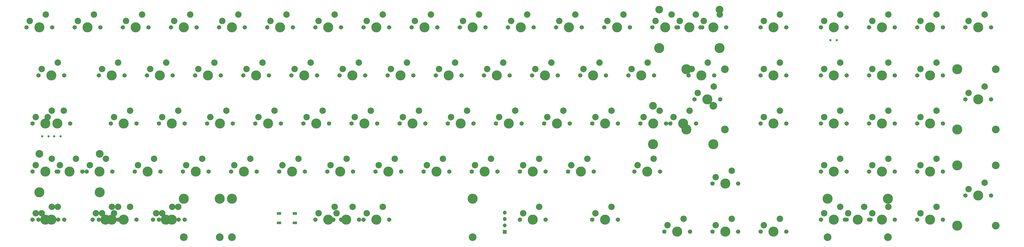
<source format=gbr>
%TF.GenerationSoftware,KiCad,Pcbnew,(6.0.0)*%
%TF.CreationDate,2022-10-19T16:47:05-05:00*%
%TF.ProjectId,Phidias-F072-pcb,50686964-6961-4732-9d46-3037322d7063,rev?*%
%TF.SameCoordinates,Original*%
%TF.FileFunction,Soldermask,Top*%
%TF.FilePolarity,Negative*%
%FSLAX46Y46*%
G04 Gerber Fmt 4.6, Leading zero omitted, Abs format (unit mm)*
G04 Created by KiCad (PCBNEW (6.0.0)) date 2022-10-19 16:47:05*
%MOMM*%
%LPD*%
G01*
G04 APERTURE LIST*
%ADD10R,1.800000X1.100000*%
%ADD11C,3.987800*%
%ADD12C,3.048000*%
%ADD13C,1.701800*%
%ADD14C,2.540000*%
%ADD15C,0.889000*%
%ADD16R,1.524000X1.524000*%
%ADD17O,1.524000X1.524000*%
G04 APERTURE END LIST*
D10*
%TO.C,Reset_SW1*%
X128190000Y-111870000D03*
X134390000Y-111870000D03*
X134390000Y-115570000D03*
X128190000Y-115570000D03*
%TD*%
D11*
%TO.C,SW15*%
X278574500Y-46355000D03*
D12*
X278574500Y-31115000D03*
X302450500Y-31115000D03*
D13*
X295592500Y-38100000D03*
D11*
X302450500Y-46355000D03*
X290512500Y-38100000D03*
D13*
X285432500Y-38100000D03*
D14*
X286702500Y-35560000D03*
X293052500Y-33020000D03*
%TD*%
D13*
%TO.C,SW90*%
X233680000Y-114300000D03*
X223520000Y-114300000D03*
D11*
X228600000Y-114300000D03*
D14*
X224790000Y-111760000D03*
X231140000Y-109220000D03*
%TD*%
D11*
%TO.C,SW35*%
X295275000Y-57150000D03*
D13*
X290195000Y-57150000D03*
X300355000Y-57150000D03*
D14*
X291465000Y-54610000D03*
X297815000Y-52070000D03*
%TD*%
D13*
%TO.C,SW44*%
X71755000Y-76200000D03*
D11*
X66675000Y-76200000D03*
D13*
X61595000Y-76200000D03*
D14*
X62865000Y-73660000D03*
X69215000Y-71120000D03*
%TD*%
%TO.C,SW54*%
X259715000Y-71120000D03*
X253365000Y-73660000D03*
D11*
X257175000Y-76200000D03*
D13*
X262255000Y-76200000D03*
X252095000Y-76200000D03*
%TD*%
%TO.C,SW70*%
X185420000Y-95250000D03*
X195580000Y-95250000D03*
D11*
X190500000Y-95250000D03*
D14*
X186690000Y-92710000D03*
X193040000Y-90170000D03*
%TD*%
D11*
%TO.C,SW6*%
X128587500Y-38100000D03*
D13*
X123507500Y-38100000D03*
X133667500Y-38100000D03*
D14*
X124777500Y-35560000D03*
X131127500Y-33020000D03*
%TD*%
D13*
%TO.C,SW8*%
X171767500Y-38100000D03*
D11*
X166687500Y-38100000D03*
D13*
X161607500Y-38100000D03*
D14*
X162877500Y-35560000D03*
X169227500Y-33020000D03*
%TD*%
D13*
%TO.C,SW34*%
X266382500Y-57150000D03*
X276542500Y-57150000D03*
D11*
X271462500Y-57150000D03*
D14*
X267652500Y-54610000D03*
X274002500Y-52070000D03*
%TD*%
D13*
%TO.C,SW52*%
X213995000Y-76200000D03*
D11*
X219075000Y-76200000D03*
D13*
X224155000Y-76200000D03*
D14*
X215265000Y-73660000D03*
X221615000Y-71120000D03*
%TD*%
D11*
%TO.C,SW57*%
X323850000Y-76200000D03*
D13*
X318770000Y-76200000D03*
X328930000Y-76200000D03*
D14*
X320040000Y-73660000D03*
X326390000Y-71120000D03*
%TD*%
D13*
%TO.C,SW71*%
X214630000Y-95250000D03*
X204470000Y-95250000D03*
D11*
X209550000Y-95250000D03*
D14*
X205740000Y-92710000D03*
X212090000Y-90170000D03*
%TD*%
D13*
%TO.C,SW40*%
X390842500Y-57150000D03*
X380682500Y-57150000D03*
D11*
X385762500Y-57150000D03*
D14*
X381952500Y-54610000D03*
X388302500Y-52070000D03*
%TD*%
D13*
%TO.C,SW93*%
X299720000Y-119062500D03*
D11*
X304800000Y-119062500D03*
D13*
X309880000Y-119062500D03*
D14*
X300990000Y-116522500D03*
X307340000Y-113982500D03*
%TD*%
D11*
%TO.C,SW30*%
X195262500Y-57150000D03*
D13*
X190182500Y-57150000D03*
X200342500Y-57150000D03*
D14*
X191452500Y-54610000D03*
X197802500Y-52070000D03*
%TD*%
D13*
%TO.C,SW94*%
X318770000Y-119062500D03*
D11*
X323850000Y-119062500D03*
D13*
X328930000Y-119062500D03*
D14*
X320040000Y-116522500D03*
X326390000Y-113982500D03*
%TD*%
D13*
%TO.C,SW82*%
X54451250Y-114300000D03*
D11*
X59531250Y-114300000D03*
D13*
X64611250Y-114300000D03*
D14*
X55721250Y-111760000D03*
X62071250Y-109220000D03*
%TD*%
D13*
%TO.C,SW51*%
X194945000Y-76200000D03*
D11*
X200025000Y-76200000D03*
D13*
X205105000Y-76200000D03*
D14*
X196215000Y-73660000D03*
X202565000Y-71120000D03*
%TD*%
D11*
%TO.C,SW56*%
X276193250Y-84455000D03*
D12*
X276193250Y-69215000D03*
D13*
X293211250Y-76200000D03*
D12*
X300069250Y-69215000D03*
D11*
X288131250Y-76200000D03*
X300069250Y-84455000D03*
D13*
X283051250Y-76200000D03*
D14*
X284321250Y-73660000D03*
X290671250Y-71120000D03*
%TD*%
D13*
%TO.C,SW29*%
X171132500Y-57150000D03*
X181292500Y-57150000D03*
D11*
X176212500Y-57150000D03*
D14*
X172402500Y-54610000D03*
X178752500Y-52070000D03*
%TD*%
D11*
%TO.C,SW86*%
X85725000Y-114300000D03*
D13*
X80645000Y-114300000D03*
X90805000Y-114300000D03*
D14*
X81915000Y-111760000D03*
X88265000Y-109220000D03*
%TD*%
D11*
%TO.C,SW45*%
X85725000Y-76200000D03*
D13*
X90805000Y-76200000D03*
X80645000Y-76200000D03*
D14*
X81915000Y-73660000D03*
X88265000Y-71120000D03*
%TD*%
D13*
%TO.C,SW49*%
X156845000Y-76200000D03*
D11*
X161925000Y-76200000D03*
D13*
X167005000Y-76200000D03*
D14*
X158115000Y-73660000D03*
X164465000Y-71120000D03*
%TD*%
D11*
%TO.C,SW14*%
X280987500Y-38100000D03*
D13*
X286067500Y-38100000D03*
X275907500Y-38100000D03*
D14*
X277177500Y-35560000D03*
X283527500Y-33020000D03*
%TD*%
D13*
%TO.C,SW87*%
X171767500Y-114300000D03*
D11*
X166687500Y-114300000D03*
D12*
X204787500Y-121285000D03*
D13*
X161607500Y-114300000D03*
D11*
X204787500Y-106045000D03*
X109537500Y-106045000D03*
D12*
X109537500Y-121285000D03*
D14*
X162877500Y-111760000D03*
X169227500Y-109220000D03*
%TD*%
D13*
%TO.C,SW22*%
X33020000Y-57150000D03*
D11*
X38100000Y-57150000D03*
D13*
X43180000Y-57150000D03*
D14*
X34290000Y-54610000D03*
X40640000Y-52070000D03*
%TD*%
D13*
%TO.C,SW84*%
X61595000Y-114300000D03*
D11*
X66675000Y-114300000D03*
D13*
X71755000Y-114300000D03*
D14*
X62865000Y-111760000D03*
X69215000Y-109220000D03*
%TD*%
D13*
%TO.C,SW72*%
X223520000Y-95250000D03*
X233680000Y-95250000D03*
D11*
X228600000Y-95250000D03*
D14*
X224790000Y-92710000D03*
X231140000Y-90170000D03*
%TD*%
D13*
%TO.C,SW78*%
X390842500Y-95250000D03*
X380682500Y-95250000D03*
D11*
X385762500Y-95250000D03*
D14*
X381952500Y-92710000D03*
X388302500Y-90170000D03*
%TD*%
D11*
%TO.C,SW2*%
X52387500Y-38100000D03*
D13*
X47307500Y-38100000D03*
X57467500Y-38100000D03*
D14*
X48577500Y-35560000D03*
X54927500Y-33020000D03*
%TD*%
D11*
%TO.C,SW66*%
X114300000Y-95250000D03*
D13*
X109220000Y-95250000D03*
X119380000Y-95250000D03*
D14*
X110490000Y-92710000D03*
X116840000Y-90170000D03*
%TD*%
D13*
%TO.C,SW80*%
X30638750Y-114300000D03*
X40798750Y-114300000D03*
D11*
X35718750Y-114300000D03*
D14*
X31908750Y-111760000D03*
X38258750Y-109220000D03*
%TD*%
D13*
%TO.C,SW27*%
X133032500Y-57150000D03*
D11*
X138112500Y-57150000D03*
D13*
X143192500Y-57150000D03*
D14*
X134302500Y-54610000D03*
X140652500Y-52070000D03*
%TD*%
D13*
%TO.C,SW19*%
X361632500Y-38100000D03*
D11*
X366712500Y-38100000D03*
D13*
X371792500Y-38100000D03*
D14*
X362902500Y-35560000D03*
X369252500Y-33020000D03*
%TD*%
D13*
%TO.C,SW88*%
X159861250Y-114300000D03*
D11*
X104743250Y-106045000D03*
D12*
X104743250Y-121285000D03*
D11*
X204819250Y-106045000D03*
X154781250Y-114300000D03*
D13*
X149701250Y-114300000D03*
D12*
X204819250Y-121285000D03*
D14*
X150971250Y-111760000D03*
X157321250Y-109220000D03*
%TD*%
D15*
%TO.C,LED3*%
X41750000Y-81280000D03*
X39210000Y-81280000D03*
%TD*%
D11*
%TO.C,SW32*%
X233362500Y-57150000D03*
D13*
X238442500Y-57150000D03*
X228282500Y-57150000D03*
D14*
X229552500Y-54610000D03*
X235902500Y-52070000D03*
%TD*%
D13*
%TO.C,SW28*%
X162242500Y-57150000D03*
D11*
X157162500Y-57150000D03*
D13*
X152082500Y-57150000D03*
D14*
X153352500Y-54610000D03*
X159702500Y-52070000D03*
%TD*%
D11*
%TO.C,SW5*%
X109537500Y-38100000D03*
D13*
X104457500Y-38100000D03*
X114617500Y-38100000D03*
D14*
X105727500Y-35560000D03*
X112077500Y-33020000D03*
%TD*%
D13*
%TO.C,SW10*%
X199707500Y-38100000D03*
X209867500Y-38100000D03*
D11*
X204787500Y-38100000D03*
D14*
X200977500Y-35560000D03*
X207327500Y-33020000D03*
%TD*%
D11*
%TO.C,SW79*%
X396557500Y-116713000D03*
D13*
X409892500Y-104775000D03*
D11*
X404812500Y-104775000D03*
D12*
X411797500Y-116713000D03*
X411797500Y-92837000D03*
D11*
X396557500Y-92837000D03*
D13*
X399732500Y-104775000D03*
D14*
X401002500Y-102235000D03*
X407352500Y-99695000D03*
%TD*%
D11*
%TO.C,SW16*%
X300037500Y-38100000D03*
D13*
X305117500Y-38100000D03*
X294957500Y-38100000D03*
D14*
X296227500Y-35560000D03*
X302577500Y-33020000D03*
%TD*%
D12*
%TO.C,SW89*%
X204787500Y-121285000D03*
D11*
X147637500Y-114300000D03*
X90487500Y-106045000D03*
D13*
X152717500Y-114300000D03*
D11*
X204787500Y-106045000D03*
D12*
X90487500Y-121285000D03*
D13*
X142557500Y-114300000D03*
D14*
X143827500Y-111760000D03*
X150177500Y-109220000D03*
%TD*%
D13*
%TO.C,SW62*%
X50323750Y-95250000D03*
D12*
X57181750Y-88265000D03*
D11*
X33305750Y-103505000D03*
X57181750Y-103505000D03*
X45243750Y-95250000D03*
D13*
X40163750Y-95250000D03*
D12*
X33305750Y-88265000D03*
D14*
X41433750Y-92710000D03*
X47783750Y-90170000D03*
%TD*%
D13*
%TO.C,SW31*%
X219392500Y-57150000D03*
D11*
X214312500Y-57150000D03*
D13*
X209232500Y-57150000D03*
D14*
X210502500Y-54610000D03*
X216852500Y-52070000D03*
%TD*%
D13*
%TO.C,SW4*%
X85407500Y-38100000D03*
D11*
X90487500Y-38100000D03*
D13*
X95567500Y-38100000D03*
D14*
X86677500Y-35560000D03*
X93027500Y-33020000D03*
%TD*%
D13*
%TO.C,SW37*%
X328930000Y-57150000D03*
X318770000Y-57150000D03*
D11*
X323850000Y-57150000D03*
D14*
X320040000Y-54610000D03*
X326390000Y-52070000D03*
%TD*%
D15*
%TO.C,LED2*%
X34448750Y-81280000D03*
X36988750Y-81280000D03*
%TD*%
%TO.C,LED4*%
X346390000Y-43180000D03*
X348930000Y-43180000D03*
%TD*%
D11*
%TO.C,SW65*%
X95250000Y-95250000D03*
D13*
X100330000Y-95250000D03*
X90170000Y-95250000D03*
D14*
X91440000Y-92710000D03*
X97790000Y-90170000D03*
%TD*%
D11*
%TO.C,SW18*%
X347662500Y-38100000D03*
D13*
X342582500Y-38100000D03*
X352742500Y-38100000D03*
D14*
X343852500Y-35560000D03*
X350202500Y-33020000D03*
%TD*%
D13*
%TO.C,SW43*%
X35401250Y-76200000D03*
D11*
X40481250Y-76200000D03*
D13*
X45561250Y-76200000D03*
D14*
X36671250Y-73660000D03*
X43021250Y-71120000D03*
%TD*%
D13*
%TO.C,SW33*%
X257492500Y-57150000D03*
X247332500Y-57150000D03*
D11*
X252412500Y-57150000D03*
D14*
X248602500Y-54610000D03*
X254952500Y-52070000D03*
%TD*%
D13*
%TO.C,SW48*%
X137795000Y-76200000D03*
D11*
X142875000Y-76200000D03*
D13*
X147955000Y-76200000D03*
D14*
X139065000Y-73660000D03*
X145415000Y-71120000D03*
%TD*%
D13*
%TO.C,SW85*%
X88423750Y-114300000D03*
D11*
X83343750Y-114300000D03*
D13*
X78263750Y-114300000D03*
D14*
X79533750Y-111760000D03*
X85883750Y-109220000D03*
%TD*%
D11*
%TO.C,SW76*%
X347662500Y-95250000D03*
D13*
X352742500Y-95250000D03*
X342582500Y-95250000D03*
D14*
X343852500Y-92710000D03*
X350202500Y-90170000D03*
%TD*%
D13*
%TO.C,SW13*%
X256857500Y-38100000D03*
X267017500Y-38100000D03*
D11*
X261937500Y-38100000D03*
D14*
X258127500Y-35560000D03*
X264477500Y-33020000D03*
%TD*%
D13*
%TO.C,SW17*%
X318770000Y-38100000D03*
X328930000Y-38100000D03*
D11*
X323850000Y-38100000D03*
D14*
X320040000Y-35560000D03*
X326390000Y-33020000D03*
%TD*%
D13*
%TO.C,SW21*%
X409892500Y-38100000D03*
D11*
X404812500Y-38100000D03*
D13*
X399732500Y-38100000D03*
D14*
X401002500Y-35560000D03*
X407352500Y-33020000D03*
%TD*%
D13*
%TO.C,SW68*%
X157480000Y-95250000D03*
D11*
X152400000Y-95250000D03*
D13*
X147320000Y-95250000D03*
D14*
X148590000Y-92710000D03*
X154940000Y-90170000D03*
%TD*%
D13*
%TO.C,SW77*%
X361632500Y-95250000D03*
D11*
X366712500Y-95250000D03*
D13*
X371792500Y-95250000D03*
D14*
X362902500Y-92710000D03*
X369252500Y-90170000D03*
%TD*%
%TO.C,SW53*%
X240665000Y-71120000D03*
X234315000Y-73660000D03*
D13*
X243205000Y-76200000D03*
D11*
X238125000Y-76200000D03*
D13*
X233045000Y-76200000D03*
%TD*%
%TO.C,SW11*%
X228917500Y-38100000D03*
X218757500Y-38100000D03*
D11*
X223837500Y-38100000D03*
D14*
X220027500Y-35560000D03*
X226377500Y-33020000D03*
%TD*%
D13*
%TO.C,SW9*%
X190817500Y-38100000D03*
X180657500Y-38100000D03*
D11*
X185737500Y-38100000D03*
D14*
X181927500Y-35560000D03*
X188277500Y-33020000D03*
%TD*%
D13*
%TO.C,SW74*%
X278923750Y-95250000D03*
X268763750Y-95250000D03*
D11*
X273843750Y-95250000D03*
D14*
X270033750Y-92710000D03*
X276383750Y-90170000D03*
%TD*%
D13*
%TO.C,SW69*%
X166370000Y-95250000D03*
D11*
X171450000Y-95250000D03*
D13*
X176530000Y-95250000D03*
D14*
X167640000Y-92710000D03*
X173990000Y-90170000D03*
%TD*%
D13*
%TO.C,SW1*%
X28257500Y-38100000D03*
X38417500Y-38100000D03*
D11*
X33337500Y-38100000D03*
D14*
X29527500Y-35560000D03*
X35877500Y-33020000D03*
%TD*%
D11*
%TO.C,SW60*%
X385762500Y-76200000D03*
D13*
X380682500Y-76200000D03*
X390842500Y-76200000D03*
D14*
X381952500Y-73660000D03*
X388302500Y-71120000D03*
%TD*%
D13*
%TO.C,SW61*%
X30638750Y-95250000D03*
X40798750Y-95250000D03*
D11*
X35718750Y-95250000D03*
D14*
X31908750Y-92710000D03*
X38258750Y-90170000D03*
%TD*%
D11*
%TO.C,SW96*%
X357187500Y-114300000D03*
X345249500Y-106045000D03*
X369125500Y-106045000D03*
D12*
X345249500Y-121285000D03*
X369125500Y-121285000D03*
D13*
X362267500Y-114300000D03*
X352107500Y-114300000D03*
D14*
X353377500Y-111760000D03*
X359727500Y-109220000D03*
%TD*%
D11*
%TO.C,SW75*%
X304800000Y-100012500D03*
D13*
X309880000Y-100012500D03*
X299720000Y-100012500D03*
D14*
X300990000Y-97472500D03*
X307340000Y-94932500D03*
%TD*%
D16*
%TO.C,J2*%
X217510000Y-119170000D03*
D17*
X217510000Y-116630000D03*
X217510000Y-114090000D03*
X217510000Y-111550000D03*
%TD*%
D13*
%TO.C,SW47*%
X128905000Y-76200000D03*
X118745000Y-76200000D03*
D11*
X123825000Y-76200000D03*
D14*
X120015000Y-73660000D03*
X126365000Y-71120000D03*
%TD*%
D13*
%TO.C,SW3*%
X66357500Y-38100000D03*
X76517500Y-38100000D03*
D11*
X71437500Y-38100000D03*
D14*
X67627500Y-35560000D03*
X73977500Y-33020000D03*
%TD*%
D13*
%TO.C,SW55*%
X271145000Y-76200000D03*
D11*
X276225000Y-76200000D03*
D13*
X281305000Y-76200000D03*
D14*
X272415000Y-73660000D03*
X278765000Y-71120000D03*
%TD*%
D13*
%TO.C,SW91*%
X262255000Y-114300000D03*
X252095000Y-114300000D03*
D11*
X257175000Y-114300000D03*
D14*
X253365000Y-111760000D03*
X259715000Y-109220000D03*
%TD*%
D13*
%TO.C,SW73*%
X252730000Y-95250000D03*
X242570000Y-95250000D03*
D11*
X247650000Y-95250000D03*
D14*
X243840000Y-92710000D03*
X250190000Y-90170000D03*
%TD*%
D12*
%TO.C,SW36*%
X304641250Y-78613000D03*
D13*
X302736250Y-66675000D03*
D12*
X304641250Y-54737000D03*
D13*
X292576250Y-66675000D03*
D11*
X289401250Y-54737000D03*
X297656250Y-66675000D03*
X289401250Y-78613000D03*
D14*
X293846250Y-64135000D03*
X300196250Y-61595000D03*
%TD*%
D13*
%TO.C,SW64*%
X81280000Y-95250000D03*
X71120000Y-95250000D03*
D11*
X76200000Y-95250000D03*
D14*
X72390000Y-92710000D03*
X78740000Y-90170000D03*
%TD*%
D11*
%TO.C,SW98*%
X385762500Y-114300000D03*
D13*
X380682500Y-114300000D03*
X390842500Y-114300000D03*
D14*
X381952500Y-111760000D03*
X388302500Y-109220000D03*
%TD*%
D13*
%TO.C,SW41*%
X409892500Y-66675000D03*
X399732500Y-66675000D03*
D11*
X396557500Y-78613000D03*
X396557500Y-54737000D03*
D12*
X411797500Y-54737000D03*
X411797500Y-78613000D03*
D11*
X404812500Y-66675000D03*
D14*
X401002500Y-64135000D03*
X407352500Y-61595000D03*
%TD*%
D11*
%TO.C,SW95*%
X347662500Y-114300000D03*
D13*
X352742500Y-114300000D03*
X342582500Y-114300000D03*
D14*
X343852500Y-111760000D03*
X350202500Y-109220000D03*
%TD*%
%TO.C,SW50*%
X183515000Y-71120000D03*
X177165000Y-73660000D03*
D11*
X180975000Y-76200000D03*
D13*
X175895000Y-76200000D03*
X186055000Y-76200000D03*
%TD*%
%TO.C,SW58*%
X352742500Y-76200000D03*
D11*
X347662500Y-76200000D03*
D13*
X342582500Y-76200000D03*
D14*
X343852500Y-73660000D03*
X350202500Y-71120000D03*
%TD*%
D13*
%TO.C,SW26*%
X124142500Y-57150000D03*
D11*
X119062500Y-57150000D03*
D13*
X113982500Y-57150000D03*
D14*
X115252500Y-54610000D03*
X121602500Y-52070000D03*
%TD*%
D13*
%TO.C,SW67*%
X128270000Y-95250000D03*
X138430000Y-95250000D03*
D11*
X133350000Y-95250000D03*
D14*
X129540000Y-92710000D03*
X135890000Y-90170000D03*
%TD*%
D13*
%TO.C,SW42*%
X40798750Y-76200000D03*
X30638750Y-76200000D03*
D11*
X35718750Y-76200000D03*
D14*
X31908750Y-73660000D03*
X38258750Y-71120000D03*
%TD*%
D13*
%TO.C,SW12*%
X247967500Y-38100000D03*
X237807500Y-38100000D03*
D11*
X242887500Y-38100000D03*
D14*
X239077500Y-35560000D03*
X245427500Y-33020000D03*
%TD*%
D11*
%TO.C,SW23*%
X61912500Y-57150000D03*
D13*
X66992500Y-57150000D03*
X56832500Y-57150000D03*
D14*
X58102500Y-54610000D03*
X64452500Y-52070000D03*
%TD*%
D11*
%TO.C,SW39*%
X366712500Y-57150000D03*
D13*
X371792500Y-57150000D03*
X361632500Y-57150000D03*
D14*
X362902500Y-54610000D03*
X369252500Y-52070000D03*
%TD*%
D13*
%TO.C,SW92*%
X280670000Y-119062500D03*
X290830000Y-119062500D03*
D11*
X285750000Y-119062500D03*
D14*
X281940000Y-116522500D03*
X288290000Y-113982500D03*
%TD*%
D13*
%TO.C,SW24*%
X86042500Y-57150000D03*
X75882500Y-57150000D03*
D11*
X80962500Y-57150000D03*
D14*
X77152500Y-54610000D03*
X83502500Y-52070000D03*
%TD*%
D13*
%TO.C,SW59*%
X371792500Y-76200000D03*
X361632500Y-76200000D03*
D11*
X366712500Y-76200000D03*
D14*
X362902500Y-73660000D03*
X369252500Y-71120000D03*
%TD*%
D13*
%TO.C,SW81*%
X43180000Y-114300000D03*
D11*
X38100000Y-114300000D03*
D13*
X33020000Y-114300000D03*
D14*
X34290000Y-111760000D03*
X40640000Y-109220000D03*
%TD*%
D13*
%TO.C,SW25*%
X94932500Y-57150000D03*
D11*
X100012500Y-57150000D03*
D13*
X105092500Y-57150000D03*
D14*
X96202500Y-54610000D03*
X102552500Y-52070000D03*
%TD*%
D13*
%TO.C,SW46*%
X109855000Y-76200000D03*
D11*
X104775000Y-76200000D03*
D13*
X99695000Y-76200000D03*
D14*
X100965000Y-73660000D03*
X107315000Y-71120000D03*
%TD*%
D11*
%TO.C,SW97*%
X366712500Y-114300000D03*
D13*
X371792500Y-114300000D03*
X361632500Y-114300000D03*
D14*
X362902500Y-111760000D03*
X369252500Y-109220000D03*
%TD*%
D11*
%TO.C,SW38*%
X347662500Y-57150000D03*
D13*
X352742500Y-57150000D03*
X342582500Y-57150000D03*
D14*
X343852500Y-54610000D03*
X350202500Y-52070000D03*
%TD*%
D11*
%TO.C,SW7*%
X147637500Y-38100000D03*
D13*
X152717500Y-38100000D03*
X142557500Y-38100000D03*
D14*
X143827500Y-35560000D03*
X150177500Y-33020000D03*
%TD*%
D13*
%TO.C,SW20*%
X390842500Y-38100000D03*
D11*
X385762500Y-38100000D03*
D13*
X380682500Y-38100000D03*
D14*
X381952500Y-35560000D03*
X388302500Y-33020000D03*
%TD*%
D13*
%TO.C,SW63*%
X52070000Y-95250000D03*
X62230000Y-95250000D03*
D11*
X57150000Y-95250000D03*
D14*
X53340000Y-92710000D03*
X59690000Y-90170000D03*
%TD*%
D13*
%TO.C,SW83*%
X56832500Y-114300000D03*
X66992500Y-114300000D03*
D11*
X61912500Y-114300000D03*
D14*
X58102500Y-111760000D03*
X64452500Y-109220000D03*
%TD*%
M02*

</source>
